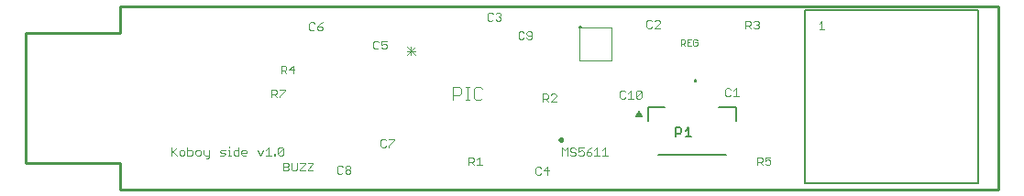
<source format=gto>
G75*
%MOIN*%
%OFA0B0*%
%FSLAX25Y25*%
%IPPOS*%
%LPD*%
%AMOC8*
5,1,8,0,0,1.08239X$1,22.5*
%
%ADD10C,0.00300*%
%ADD11C,0.01000*%
%ADD12C,0.00400*%
%ADD13C,0.00900*%
%ADD14C,0.00500*%
%ADD15C,0.00200*%
%ADD16C,0.00800*%
%ADD17C,0.00700*%
%ADD18C,0.00118*%
%ADD19C,0.00591*%
D10*
X0067159Y0014940D02*
X0067643Y0014940D01*
X0068127Y0015423D01*
X0068127Y0017842D01*
X0066192Y0017842D02*
X0066192Y0016391D01*
X0066676Y0015907D01*
X0068127Y0015907D01*
X0065180Y0016391D02*
X0065180Y0017358D01*
X0064697Y0017842D01*
X0063729Y0017842D01*
X0063245Y0017358D01*
X0063245Y0016391D01*
X0063729Y0015907D01*
X0064697Y0015907D01*
X0065180Y0016391D01*
X0062234Y0016391D02*
X0061750Y0015907D01*
X0060299Y0015907D01*
X0060299Y0018809D01*
X0060299Y0017842D02*
X0061750Y0017842D01*
X0062234Y0017358D01*
X0062234Y0016391D01*
X0059287Y0016391D02*
X0058804Y0015907D01*
X0057836Y0015907D01*
X0057352Y0016391D01*
X0057352Y0017358D01*
X0057836Y0017842D01*
X0058804Y0017842D01*
X0059287Y0017358D01*
X0059287Y0016391D01*
X0056341Y0015907D02*
X0054890Y0017358D01*
X0054406Y0016875D02*
X0056341Y0018809D01*
X0054406Y0018809D02*
X0054406Y0015907D01*
X0072085Y0015907D02*
X0073536Y0015907D01*
X0074020Y0016391D01*
X0073536Y0016875D01*
X0072569Y0016875D01*
X0072085Y0017358D01*
X0072569Y0017842D01*
X0074020Y0017842D01*
X0075032Y0017842D02*
X0075515Y0017842D01*
X0075515Y0015907D01*
X0075032Y0015907D02*
X0075999Y0015907D01*
X0076996Y0016391D02*
X0077480Y0015907D01*
X0078931Y0015907D01*
X0078931Y0018809D01*
X0078931Y0017842D02*
X0077480Y0017842D01*
X0076996Y0017358D01*
X0076996Y0016391D01*
X0079942Y0016391D02*
X0080426Y0015907D01*
X0081394Y0015907D01*
X0079942Y0016391D02*
X0079942Y0017358D01*
X0080426Y0017842D01*
X0081394Y0017842D01*
X0081877Y0017358D01*
X0081877Y0016875D01*
X0079942Y0016875D01*
X0075515Y0018809D02*
X0075515Y0019293D01*
X0085835Y0017842D02*
X0086803Y0015907D01*
X0087770Y0017842D01*
X0088782Y0017842D02*
X0089749Y0018809D01*
X0089749Y0015907D01*
X0088782Y0015907D02*
X0090717Y0015907D01*
X0091728Y0015907D02*
X0092212Y0015907D01*
X0092212Y0016391D01*
X0091728Y0016391D01*
X0091728Y0015907D01*
X0093202Y0016391D02*
X0095137Y0018326D01*
X0095137Y0016391D01*
X0094653Y0015907D01*
X0093685Y0015907D01*
X0093202Y0016391D01*
X0093202Y0018326D01*
X0093685Y0018809D01*
X0094653Y0018809D01*
X0095137Y0018326D01*
X0095179Y0013247D02*
X0096630Y0013247D01*
X0097114Y0012764D01*
X0097114Y0012280D01*
X0096630Y0011796D01*
X0095179Y0011796D01*
X0096630Y0011796D02*
X0097114Y0011312D01*
X0097114Y0010829D01*
X0096630Y0010345D01*
X0095179Y0010345D01*
X0095179Y0013247D01*
X0098125Y0013247D02*
X0098125Y0010829D01*
X0098609Y0010345D01*
X0099577Y0010345D01*
X0100060Y0010829D01*
X0100060Y0013247D01*
X0101072Y0013247D02*
X0103007Y0013247D01*
X0103007Y0012764D01*
X0101072Y0010829D01*
X0101072Y0010345D01*
X0103007Y0010345D01*
X0104018Y0010345D02*
X0104018Y0010829D01*
X0105953Y0012764D01*
X0105953Y0013247D01*
X0104018Y0013247D01*
X0114733Y0011706D02*
X0114733Y0009771D01*
X0115216Y0009287D01*
X0116184Y0009287D01*
X0116668Y0009771D01*
X0117679Y0009771D02*
X0117679Y0010255D01*
X0118163Y0010739D01*
X0119130Y0010739D01*
X0119614Y0010255D01*
X0119614Y0009771D01*
X0119130Y0009287D01*
X0118163Y0009287D01*
X0117679Y0009771D01*
X0118163Y0010739D02*
X0117679Y0011222D01*
X0117679Y0011706D01*
X0118163Y0012190D01*
X0119130Y0012190D01*
X0119614Y0011706D01*
X0119614Y0011222D01*
X0119130Y0010739D01*
X0116668Y0011706D02*
X0116184Y0012190D01*
X0115216Y0012190D01*
X0114733Y0011706D01*
X0105953Y0010345D02*
X0104018Y0010345D01*
X0130578Y0019464D02*
X0131062Y0018980D01*
X0132029Y0018980D01*
X0132513Y0019464D01*
X0133525Y0019464D02*
X0133525Y0018980D01*
X0133525Y0019464D02*
X0135460Y0021399D01*
X0135460Y0021883D01*
X0133525Y0021883D01*
X0132513Y0021399D02*
X0132029Y0021883D01*
X0131062Y0021883D01*
X0130578Y0021399D01*
X0130578Y0019464D01*
X0162434Y0015297D02*
X0162434Y0012395D01*
X0162434Y0013362D02*
X0163885Y0013362D01*
X0164368Y0013846D01*
X0164368Y0014814D01*
X0163885Y0015297D01*
X0162434Y0015297D01*
X0165380Y0014330D02*
X0166348Y0015297D01*
X0166348Y0012395D01*
X0167315Y0012395D02*
X0165380Y0012395D01*
X0164368Y0012395D02*
X0163401Y0013362D01*
X0186871Y0011296D02*
X0186871Y0009361D01*
X0187354Y0008877D01*
X0188322Y0008877D01*
X0188806Y0009361D01*
X0189817Y0010329D02*
X0191752Y0010329D01*
X0191268Y0011780D02*
X0189817Y0010329D01*
X0188806Y0011296D02*
X0188322Y0011780D01*
X0187354Y0011780D01*
X0186871Y0011296D01*
X0191268Y0011780D02*
X0191268Y0008877D01*
X0196482Y0015796D02*
X0196482Y0018698D01*
X0197450Y0017731D01*
X0198417Y0018698D01*
X0198417Y0015796D01*
X0199429Y0016280D02*
X0199912Y0015796D01*
X0200880Y0015796D01*
X0201364Y0016280D01*
X0201364Y0016763D01*
X0200880Y0017247D01*
X0199912Y0017247D01*
X0199429Y0017731D01*
X0199429Y0018215D01*
X0199912Y0018698D01*
X0200880Y0018698D01*
X0201364Y0018215D01*
X0202375Y0018698D02*
X0202375Y0017247D01*
X0203343Y0017731D01*
X0203826Y0017731D01*
X0204310Y0017247D01*
X0204310Y0016280D01*
X0203826Y0015796D01*
X0202859Y0015796D01*
X0202375Y0016280D01*
X0205322Y0016280D02*
X0205805Y0015796D01*
X0206773Y0015796D01*
X0207257Y0016280D01*
X0207257Y0016763D01*
X0206773Y0017247D01*
X0205322Y0017247D01*
X0205322Y0016280D01*
X0205322Y0017247D02*
X0206289Y0018215D01*
X0207257Y0018698D01*
X0208268Y0017731D02*
X0209236Y0018698D01*
X0209236Y0015796D01*
X0210203Y0015796D02*
X0208268Y0015796D01*
X0211215Y0015796D02*
X0213150Y0015796D01*
X0212182Y0015796D02*
X0212182Y0018698D01*
X0211215Y0017731D01*
X0204310Y0018698D02*
X0202375Y0018698D01*
X0267378Y0015297D02*
X0267378Y0012394D01*
X0267378Y0013362D02*
X0268829Y0013362D01*
X0269313Y0013846D01*
X0269313Y0014813D01*
X0268829Y0015297D01*
X0267378Y0015297D01*
X0270325Y0015297D02*
X0270325Y0013846D01*
X0271292Y0014329D01*
X0271776Y0014329D01*
X0272260Y0013846D01*
X0272260Y0012878D01*
X0271776Y0012394D01*
X0270808Y0012394D01*
X0270325Y0012878D01*
X0269313Y0012394D02*
X0268346Y0013362D01*
X0270325Y0015297D02*
X0272260Y0015297D01*
X0194337Y0035440D02*
X0192402Y0035440D01*
X0194337Y0037375D01*
X0194337Y0037859D01*
X0193853Y0038343D01*
X0192886Y0038343D01*
X0192402Y0037859D01*
X0191390Y0037859D02*
X0191390Y0036891D01*
X0190907Y0036408D01*
X0189456Y0036408D01*
X0190423Y0036408D02*
X0191390Y0035440D01*
X0189456Y0035440D02*
X0189456Y0038343D01*
X0190907Y0038343D01*
X0191390Y0037859D01*
X0217555Y0037069D02*
X0218038Y0036585D01*
X0219006Y0036585D01*
X0219490Y0037069D01*
X0220501Y0036585D02*
X0222436Y0036585D01*
X0221469Y0036585D02*
X0221469Y0039487D01*
X0220501Y0038520D01*
X0219490Y0039004D02*
X0219006Y0039487D01*
X0218038Y0039487D01*
X0217555Y0039004D01*
X0217555Y0037069D01*
X0223448Y0037069D02*
X0223448Y0039004D01*
X0223931Y0039487D01*
X0224899Y0039487D01*
X0225383Y0039004D01*
X0223448Y0037069D01*
X0223931Y0036585D01*
X0224899Y0036585D01*
X0225383Y0037069D01*
X0225383Y0039004D01*
X0255837Y0039882D02*
X0255837Y0037947D01*
X0256321Y0037463D01*
X0257288Y0037463D01*
X0257772Y0037947D01*
X0258783Y0037463D02*
X0260718Y0037463D01*
X0259751Y0037463D02*
X0259751Y0040366D01*
X0258783Y0039398D01*
X0257772Y0039882D02*
X0257288Y0040366D01*
X0256321Y0040366D01*
X0255837Y0039882D01*
X0185528Y0058655D02*
X0185044Y0058171D01*
X0184076Y0058171D01*
X0183593Y0058655D01*
X0182581Y0058655D02*
X0182097Y0058171D01*
X0181130Y0058171D01*
X0180646Y0058655D01*
X0180646Y0060590D01*
X0181130Y0061073D01*
X0182097Y0061073D01*
X0182581Y0060590D01*
X0183593Y0060590D02*
X0183593Y0060106D01*
X0184076Y0059622D01*
X0185528Y0059622D01*
X0185528Y0058655D02*
X0185528Y0060590D01*
X0185044Y0061073D01*
X0184076Y0061073D01*
X0183593Y0060590D01*
X0174289Y0065462D02*
X0173805Y0064978D01*
X0172838Y0064978D01*
X0172354Y0065462D01*
X0171343Y0065462D02*
X0170859Y0064978D01*
X0169891Y0064978D01*
X0169408Y0065462D01*
X0169408Y0067397D01*
X0169891Y0067880D01*
X0170859Y0067880D01*
X0171343Y0067397D01*
X0172354Y0067397D02*
X0172838Y0067880D01*
X0173805Y0067880D01*
X0174289Y0067397D01*
X0174289Y0066913D01*
X0173805Y0066429D01*
X0174289Y0065945D01*
X0174289Y0065462D01*
X0173805Y0066429D02*
X0173322Y0066429D01*
X0132781Y0057617D02*
X0130846Y0057617D01*
X0130846Y0056165D01*
X0131813Y0056649D01*
X0132297Y0056649D01*
X0132781Y0056165D01*
X0132781Y0055198D01*
X0132297Y0054714D01*
X0131330Y0054714D01*
X0130846Y0055198D01*
X0129834Y0055198D02*
X0129351Y0054714D01*
X0128383Y0054714D01*
X0127899Y0055198D01*
X0127899Y0057133D01*
X0128383Y0057617D01*
X0129351Y0057617D01*
X0129834Y0057133D01*
X0139977Y0055530D02*
X0143113Y0052394D01*
X0141545Y0052394D02*
X0141545Y0055530D01*
X0143113Y0055530D02*
X0139977Y0052394D01*
X0139977Y0053962D02*
X0143113Y0053962D01*
X0109419Y0061945D02*
X0109419Y0062429D01*
X0108936Y0062913D01*
X0107484Y0062913D01*
X0107484Y0061945D01*
X0107968Y0061461D01*
X0108936Y0061461D01*
X0109419Y0061945D01*
X0106473Y0061945D02*
X0105989Y0061461D01*
X0105022Y0061461D01*
X0104538Y0061945D01*
X0104538Y0063880D01*
X0105022Y0064364D01*
X0105989Y0064364D01*
X0106473Y0063880D01*
X0107484Y0062913D02*
X0108452Y0063880D01*
X0109419Y0064364D01*
X0098745Y0048600D02*
X0097294Y0047149D01*
X0099229Y0047149D01*
X0096283Y0047149D02*
X0095799Y0046665D01*
X0094348Y0046665D01*
X0095315Y0046665D02*
X0096283Y0045698D01*
X0094348Y0045698D02*
X0094348Y0048600D01*
X0095799Y0048600D01*
X0096283Y0048116D01*
X0096283Y0047149D01*
X0098745Y0045698D02*
X0098745Y0048600D01*
X0095724Y0039925D02*
X0095724Y0039441D01*
X0093789Y0037506D01*
X0093789Y0037023D01*
X0092778Y0037023D02*
X0091810Y0037990D01*
X0092294Y0037990D02*
X0090843Y0037990D01*
X0090843Y0037023D02*
X0090843Y0039925D01*
X0092294Y0039925D01*
X0092778Y0039441D01*
X0092778Y0038474D01*
X0092294Y0037990D01*
X0093789Y0039925D02*
X0095724Y0039925D01*
X0227229Y0062763D02*
X0227713Y0062279D01*
X0228680Y0062279D01*
X0229164Y0062763D01*
X0230175Y0062279D02*
X0232110Y0064214D01*
X0232110Y0064698D01*
X0231627Y0065182D01*
X0230659Y0065182D01*
X0230175Y0064698D01*
X0229164Y0064698D02*
X0228680Y0065182D01*
X0227713Y0065182D01*
X0227229Y0064698D01*
X0227229Y0062763D01*
X0230175Y0062279D02*
X0232110Y0062279D01*
X0263158Y0062024D02*
X0263158Y0064927D01*
X0264609Y0064927D01*
X0265093Y0064443D01*
X0265093Y0063476D01*
X0264609Y0062992D01*
X0263158Y0062992D01*
X0264125Y0062992D02*
X0265093Y0062024D01*
X0266104Y0062508D02*
X0266588Y0062024D01*
X0267556Y0062024D01*
X0268039Y0062508D01*
X0268039Y0062992D01*
X0267556Y0063476D01*
X0267072Y0063476D01*
X0267556Y0063476D02*
X0268039Y0063959D01*
X0268039Y0064443D01*
X0267556Y0064927D01*
X0266588Y0064927D01*
X0266104Y0064443D01*
X0289973Y0063847D02*
X0290940Y0064814D01*
X0290940Y0061912D01*
X0289973Y0061912D02*
X0291908Y0061912D01*
D11*
X0035752Y0013198D02*
X0035752Y0003355D01*
X0355043Y0003355D01*
X0355043Y0070285D01*
X0035752Y0070285D01*
X0035752Y0060442D01*
X0001500Y0060442D01*
X0001500Y0013198D01*
X0035752Y0013198D01*
D12*
X0156779Y0036193D02*
X0156779Y0040797D01*
X0159081Y0040797D01*
X0159848Y0040030D01*
X0159848Y0038495D01*
X0159081Y0037728D01*
X0156779Y0037728D01*
X0161383Y0036193D02*
X0162917Y0036193D01*
X0162150Y0036193D02*
X0162150Y0040797D01*
X0161383Y0040797D02*
X0162917Y0040797D01*
X0164452Y0040030D02*
X0164452Y0036961D01*
X0165219Y0036193D01*
X0166754Y0036193D01*
X0167521Y0036961D01*
X0167521Y0040030D02*
X0166754Y0040797D01*
X0165219Y0040797D01*
X0164452Y0040030D01*
D13*
X0195601Y0021687D02*
X0195603Y0021731D01*
X0195609Y0021775D01*
X0195619Y0021818D01*
X0195632Y0021860D01*
X0195649Y0021901D01*
X0195670Y0021940D01*
X0195694Y0021977D01*
X0195721Y0022012D01*
X0195751Y0022044D01*
X0195784Y0022074D01*
X0195820Y0022100D01*
X0195857Y0022124D01*
X0195897Y0022143D01*
X0195938Y0022160D01*
X0195981Y0022172D01*
X0196024Y0022181D01*
X0196068Y0022186D01*
X0196112Y0022187D01*
X0196156Y0022184D01*
X0196200Y0022177D01*
X0196243Y0022166D01*
X0196285Y0022152D01*
X0196325Y0022134D01*
X0196364Y0022112D01*
X0196400Y0022088D01*
X0196434Y0022060D01*
X0196466Y0022029D01*
X0196495Y0021995D01*
X0196521Y0021959D01*
X0196543Y0021921D01*
X0196562Y0021881D01*
X0196577Y0021839D01*
X0196589Y0021797D01*
X0196597Y0021753D01*
X0196601Y0021709D01*
X0196601Y0021665D01*
X0196597Y0021621D01*
X0196589Y0021577D01*
X0196577Y0021535D01*
X0196562Y0021493D01*
X0196543Y0021453D01*
X0196521Y0021415D01*
X0196495Y0021379D01*
X0196466Y0021345D01*
X0196434Y0021314D01*
X0196400Y0021286D01*
X0196364Y0021262D01*
X0196325Y0021240D01*
X0196285Y0021222D01*
X0196243Y0021208D01*
X0196200Y0021197D01*
X0196156Y0021190D01*
X0196112Y0021187D01*
X0196068Y0021188D01*
X0196024Y0021193D01*
X0195981Y0021202D01*
X0195938Y0021214D01*
X0195897Y0021231D01*
X0195857Y0021250D01*
X0195820Y0021274D01*
X0195784Y0021300D01*
X0195751Y0021330D01*
X0195721Y0021362D01*
X0195694Y0021397D01*
X0195670Y0021434D01*
X0195649Y0021473D01*
X0195632Y0021514D01*
X0195619Y0021556D01*
X0195609Y0021599D01*
X0195603Y0021643D01*
X0195601Y0021687D01*
D14*
X0223558Y0030258D02*
X0224558Y0031758D01*
X0225558Y0030258D01*
X0223558Y0030258D01*
X0223570Y0030275D02*
X0225547Y0030275D01*
X0225215Y0030774D02*
X0223902Y0030774D01*
X0224235Y0031272D02*
X0224882Y0031272D01*
X0244652Y0043225D02*
X0244654Y0043258D01*
X0244660Y0043291D01*
X0244670Y0043324D01*
X0244683Y0043354D01*
X0244700Y0043383D01*
X0244721Y0043410D01*
X0244744Y0043434D01*
X0244770Y0043455D01*
X0244798Y0043473D01*
X0244829Y0043487D01*
X0244860Y0043498D01*
X0244893Y0043505D01*
X0244927Y0043508D01*
X0244960Y0043507D01*
X0244993Y0043502D01*
X0245026Y0043493D01*
X0245057Y0043480D01*
X0245086Y0043464D01*
X0245113Y0043445D01*
X0245138Y0043422D01*
X0245160Y0043397D01*
X0245179Y0043369D01*
X0245194Y0043339D01*
X0245206Y0043308D01*
X0245214Y0043275D01*
X0245218Y0043242D01*
X0245218Y0043208D01*
X0245214Y0043175D01*
X0245206Y0043142D01*
X0245194Y0043111D01*
X0245179Y0043081D01*
X0245160Y0043053D01*
X0245138Y0043028D01*
X0245113Y0043005D01*
X0245086Y0042986D01*
X0245057Y0042970D01*
X0245026Y0042957D01*
X0244993Y0042948D01*
X0244960Y0042943D01*
X0244927Y0042942D01*
X0244893Y0042945D01*
X0244860Y0042952D01*
X0244829Y0042963D01*
X0244798Y0042977D01*
X0244770Y0042995D01*
X0244744Y0043016D01*
X0244721Y0043040D01*
X0244700Y0043067D01*
X0244683Y0043096D01*
X0244670Y0043126D01*
X0244660Y0043159D01*
X0244654Y0043192D01*
X0244652Y0043225D01*
X0284735Y0068699D02*
X0347727Y0068699D01*
X0347727Y0005707D01*
X0284735Y0005707D01*
X0284735Y0068699D01*
D15*
X0245646Y0057733D02*
X0245279Y0058100D01*
X0244545Y0058100D01*
X0244178Y0057733D01*
X0244178Y0056265D01*
X0244545Y0055898D01*
X0245279Y0055898D01*
X0245646Y0056265D01*
X0245646Y0056999D01*
X0244912Y0056999D01*
X0243436Y0058100D02*
X0241968Y0058100D01*
X0241968Y0055898D01*
X0243436Y0055898D01*
X0241226Y0055898D02*
X0240492Y0056632D01*
X0240859Y0056632D02*
X0239758Y0056632D01*
X0239758Y0055898D02*
X0239758Y0058100D01*
X0240859Y0058100D01*
X0241226Y0057733D01*
X0241226Y0056999D01*
X0240859Y0056632D01*
X0241968Y0056999D02*
X0242702Y0056999D01*
D16*
X0233850Y0033370D02*
X0227698Y0033370D01*
X0227698Y0028449D01*
X0253535Y0033370D02*
X0259686Y0033370D01*
X0259686Y0028449D01*
X0255995Y0016146D02*
X0231389Y0016146D01*
D17*
X0237660Y0022781D02*
X0237660Y0026084D01*
X0239312Y0026084D01*
X0239862Y0025533D01*
X0239862Y0024432D01*
X0239312Y0023882D01*
X0237660Y0023882D01*
X0241343Y0024983D02*
X0242444Y0026084D01*
X0242444Y0022781D01*
X0241343Y0022781D02*
X0243545Y0022781D01*
D18*
X0214492Y0050600D02*
X0202681Y0050600D01*
X0202681Y0062411D01*
X0214492Y0062411D01*
X0214492Y0050600D01*
D19*
X0202797Y0062607D02*
X0202799Y0062640D01*
X0202805Y0062672D01*
X0202814Y0062704D01*
X0202828Y0062734D01*
X0202844Y0062762D01*
X0202864Y0062788D01*
X0202887Y0062812D01*
X0202913Y0062833D01*
X0202941Y0062850D01*
X0202971Y0062865D01*
X0203002Y0062875D01*
X0203034Y0062882D01*
X0203067Y0062885D01*
X0203100Y0062884D01*
X0203132Y0062879D01*
X0203164Y0062870D01*
X0203195Y0062858D01*
X0203223Y0062842D01*
X0203250Y0062823D01*
X0203274Y0062801D01*
X0203296Y0062776D01*
X0203314Y0062748D01*
X0203329Y0062719D01*
X0203341Y0062688D01*
X0203349Y0062656D01*
X0203353Y0062623D01*
X0203353Y0062591D01*
X0203349Y0062558D01*
X0203341Y0062526D01*
X0203329Y0062495D01*
X0203314Y0062466D01*
X0203296Y0062438D01*
X0203274Y0062413D01*
X0203250Y0062391D01*
X0203223Y0062372D01*
X0203195Y0062356D01*
X0203164Y0062344D01*
X0203132Y0062335D01*
X0203100Y0062330D01*
X0203067Y0062329D01*
X0203034Y0062332D01*
X0203002Y0062339D01*
X0202971Y0062349D01*
X0202941Y0062364D01*
X0202913Y0062381D01*
X0202887Y0062402D01*
X0202864Y0062426D01*
X0202844Y0062452D01*
X0202828Y0062480D01*
X0202814Y0062510D01*
X0202805Y0062542D01*
X0202799Y0062574D01*
X0202797Y0062607D01*
M02*

</source>
